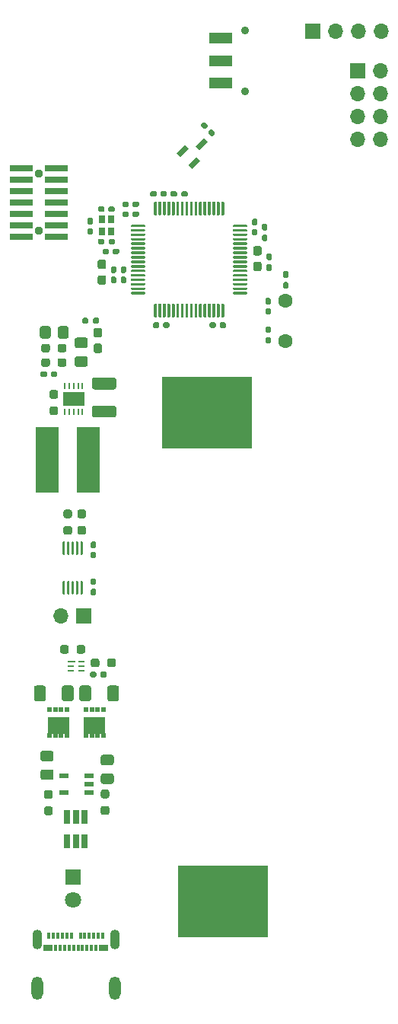
<source format=gbr>
%TF.GenerationSoftware,KiCad,Pcbnew,(5.1.7)-1*%
%TF.CreationDate,2020-11-25T00:45:14-08:00*%
%TF.ProjectId,eskate_remote,65736b61-7465-45f7-9265-6d6f74652e6b,rev?*%
%TF.SameCoordinates,Original*%
%TF.FileFunction,Soldermask,Top*%
%TF.FilePolarity,Negative*%
%FSLAX46Y46*%
G04 Gerber Fmt 4.6, Leading zero omitted, Abs format (unit mm)*
G04 Created by KiCad (PCBNEW (5.1.7)-1) date 2020-11-25 00:45:14*
%MOMM*%
%LPD*%
G01*
G04 APERTURE LIST*
%ADD10O,1.300000X2.600000*%
%ADD11O,1.100000X2.200000*%
%ADD12R,1.000000X0.700000*%
%ADD13R,0.300000X0.700000*%
%ADD14R,2.450000X1.900000*%
%ADD15R,0.500000X0.630000*%
%ADD16R,0.775000X0.875000*%
%ADD17C,0.100000*%
%ADD18R,0.650000X1.560000*%
%ADD19R,2.380000X1.650000*%
%ADD20R,0.250000X0.700000*%
%ADD21R,1.100000X0.600000*%
%ADD22R,0.750000X0.280000*%
%ADD23R,0.850000X0.280000*%
%ADD24C,1.600000*%
%ADD25R,2.500000X1.200000*%
%ADD26C,0.900000*%
%ADD27R,2.650000X7.300000*%
%ADD28R,10.000000X8.000000*%
%ADD29O,1.700000X1.700000*%
%ADD30R,1.700000X1.700000*%
%ADD31C,0.950000*%
%ADD32R,2.620000X0.800000*%
%ADD33C,1.800000*%
%ADD34R,1.800000X1.800000*%
G04 APERTURE END LIST*
D10*
%TO.C,J1*%
X109920000Y-148000000D03*
X101280000Y-148000000D03*
D11*
X109920000Y-142640000D03*
X101280000Y-142640000D03*
D12*
X102500000Y-143530000D03*
D13*
X103350000Y-143530000D03*
X103850000Y-143530000D03*
X104350000Y-143530000D03*
X104850000Y-143530000D03*
X105350000Y-143530000D03*
X105850000Y-143530000D03*
X106350000Y-143530000D03*
X106850000Y-143530000D03*
X107350000Y-143530000D03*
X107850000Y-143530000D03*
D12*
X108700000Y-143530000D03*
D13*
X108600000Y-142230000D03*
X108100000Y-142230000D03*
X107600000Y-142230000D03*
X107100000Y-142230000D03*
X106600000Y-142230000D03*
X106100000Y-142230000D03*
X105100000Y-142230000D03*
X104600000Y-142230000D03*
X104100000Y-142230000D03*
X103600000Y-142230000D03*
X103100000Y-142230000D03*
X102600000Y-142230000D03*
%TD*%
D14*
%TO.C,FET2*%
X107700000Y-118840000D03*
D15*
X106725000Y-119885000D03*
X107375000Y-119885000D03*
X108675000Y-119885000D03*
X108025000Y-119885000D03*
X106725000Y-117015000D03*
X107375000Y-117015000D03*
X108025000Y-117015000D03*
X108675000Y-117015000D03*
%TD*%
D14*
%TO.C,FET1*%
X103650000Y-118840000D03*
D15*
X102675000Y-119885000D03*
X103325000Y-119885000D03*
X104625000Y-119885000D03*
X103975000Y-119885000D03*
X102675000Y-117015000D03*
X103325000Y-117015000D03*
X103975000Y-117015000D03*
X104625000Y-117015000D03*
%TD*%
D16*
%TO.C,Y1*%
X108512500Y-62562500D03*
X108512500Y-63837500D03*
X109487500Y-63837500D03*
X109487500Y-62562500D03*
%TD*%
D17*
%TO.C,U7*%
G36*
X119358975Y-54793289D02*
G01*
X118934711Y-54369025D01*
X119853949Y-53449787D01*
X120278213Y-53874051D01*
X119358975Y-54793289D01*
G37*
G36*
X118545802Y-56949965D02*
G01*
X118121538Y-56525701D01*
X119040776Y-55606463D01*
X119465040Y-56030727D01*
X118545802Y-56949965D01*
G37*
G36*
X117202299Y-55606462D02*
G01*
X116778035Y-55182198D01*
X117697273Y-54262960D01*
X118121537Y-54687224D01*
X117202299Y-55606462D01*
G37*
%TD*%
%TO.C,U6*%
G36*
G01*
X106175000Y-102775000D02*
X106325000Y-102775000D01*
G75*
G02*
X106400000Y-102850000I0J-75000D01*
G01*
X106400000Y-104150000D01*
G75*
G02*
X106325000Y-104225000I-75000J0D01*
G01*
X106175000Y-104225000D01*
G75*
G02*
X106100000Y-104150000I0J75000D01*
G01*
X106100000Y-102850000D01*
G75*
G02*
X106175000Y-102775000I75000J0D01*
G01*
G37*
G36*
G01*
X105675000Y-102775000D02*
X105825000Y-102775000D01*
G75*
G02*
X105900000Y-102850000I0J-75000D01*
G01*
X105900000Y-104150000D01*
G75*
G02*
X105825000Y-104225000I-75000J0D01*
G01*
X105675000Y-104225000D01*
G75*
G02*
X105600000Y-104150000I0J75000D01*
G01*
X105600000Y-102850000D01*
G75*
G02*
X105675000Y-102775000I75000J0D01*
G01*
G37*
G36*
G01*
X105175000Y-102775000D02*
X105325000Y-102775000D01*
G75*
G02*
X105400000Y-102850000I0J-75000D01*
G01*
X105400000Y-104150000D01*
G75*
G02*
X105325000Y-104225000I-75000J0D01*
G01*
X105175000Y-104225000D01*
G75*
G02*
X105100000Y-104150000I0J75000D01*
G01*
X105100000Y-102850000D01*
G75*
G02*
X105175000Y-102775000I75000J0D01*
G01*
G37*
G36*
G01*
X104675000Y-102775000D02*
X104825000Y-102775000D01*
G75*
G02*
X104900000Y-102850000I0J-75000D01*
G01*
X104900000Y-104150000D01*
G75*
G02*
X104825000Y-104225000I-75000J0D01*
G01*
X104675000Y-104225000D01*
G75*
G02*
X104600000Y-104150000I0J75000D01*
G01*
X104600000Y-102850000D01*
G75*
G02*
X104675000Y-102775000I75000J0D01*
G01*
G37*
G36*
G01*
X104175000Y-102775000D02*
X104325000Y-102775000D01*
G75*
G02*
X104400000Y-102850000I0J-75000D01*
G01*
X104400000Y-104150000D01*
G75*
G02*
X104325000Y-104225000I-75000J0D01*
G01*
X104175000Y-104225000D01*
G75*
G02*
X104100000Y-104150000I0J75000D01*
G01*
X104100000Y-102850000D01*
G75*
G02*
X104175000Y-102775000I75000J0D01*
G01*
G37*
G36*
G01*
X104175000Y-98375000D02*
X104325000Y-98375000D01*
G75*
G02*
X104400000Y-98450000I0J-75000D01*
G01*
X104400000Y-99750000D01*
G75*
G02*
X104325000Y-99825000I-75000J0D01*
G01*
X104175000Y-99825000D01*
G75*
G02*
X104100000Y-99750000I0J75000D01*
G01*
X104100000Y-98450000D01*
G75*
G02*
X104175000Y-98375000I75000J0D01*
G01*
G37*
G36*
G01*
X104675000Y-98375000D02*
X104825000Y-98375000D01*
G75*
G02*
X104900000Y-98450000I0J-75000D01*
G01*
X104900000Y-99750000D01*
G75*
G02*
X104825000Y-99825000I-75000J0D01*
G01*
X104675000Y-99825000D01*
G75*
G02*
X104600000Y-99750000I0J75000D01*
G01*
X104600000Y-98450000D01*
G75*
G02*
X104675000Y-98375000I75000J0D01*
G01*
G37*
G36*
G01*
X105175000Y-98375000D02*
X105325000Y-98375000D01*
G75*
G02*
X105400000Y-98450000I0J-75000D01*
G01*
X105400000Y-99750000D01*
G75*
G02*
X105325000Y-99825000I-75000J0D01*
G01*
X105175000Y-99825000D01*
G75*
G02*
X105100000Y-99750000I0J75000D01*
G01*
X105100000Y-98450000D01*
G75*
G02*
X105175000Y-98375000I75000J0D01*
G01*
G37*
G36*
G01*
X105675000Y-98375000D02*
X105825000Y-98375000D01*
G75*
G02*
X105900000Y-98450000I0J-75000D01*
G01*
X105900000Y-99750000D01*
G75*
G02*
X105825000Y-99825000I-75000J0D01*
G01*
X105675000Y-99825000D01*
G75*
G02*
X105600000Y-99750000I0J75000D01*
G01*
X105600000Y-98450000D01*
G75*
G02*
X105675000Y-98375000I75000J0D01*
G01*
G37*
G36*
G01*
X106175000Y-98375000D02*
X106325000Y-98375000D01*
G75*
G02*
X106400000Y-98450000I0J-75000D01*
G01*
X106400000Y-99750000D01*
G75*
G02*
X106325000Y-99825000I-75000J0D01*
G01*
X106175000Y-99825000D01*
G75*
G02*
X106100000Y-99750000I0J75000D01*
G01*
X106100000Y-98450000D01*
G75*
G02*
X106175000Y-98375000I75000J0D01*
G01*
G37*
%TD*%
D18*
%TO.C,U5*%
X105600000Y-129000000D03*
X104650000Y-129000000D03*
X106550000Y-129000000D03*
X106550000Y-131700000D03*
X105600000Y-131700000D03*
X104650000Y-131700000D03*
%TD*%
D19*
%TO.C,U4*%
X105350000Y-82500000D03*
D20*
X105850000Y-81075000D03*
X105350000Y-81075000D03*
X106350000Y-81075000D03*
X104350000Y-81075000D03*
X104850000Y-81075000D03*
X106350000Y-83925000D03*
X105850000Y-83925000D03*
X104350000Y-83925000D03*
X104850000Y-83925000D03*
X105350000Y-83925000D03*
%TD*%
D21*
%TO.C,U3*%
X104250000Y-124400000D03*
X104250000Y-126300000D03*
X107050000Y-124400000D03*
X107050000Y-125350000D03*
X107050000Y-126300000D03*
%TD*%
D22*
%TO.C,U2*%
X106225000Y-111750000D03*
X106225000Y-112250000D03*
X106225000Y-112750000D03*
X105075000Y-112750000D03*
X105075000Y-112250000D03*
D23*
X105125000Y-111750000D03*
%TD*%
%TO.C,U1*%
G36*
G01*
X114300000Y-62025000D02*
X114300000Y-60625000D01*
G75*
G02*
X114375000Y-60550000I75000J0D01*
G01*
X114525000Y-60550000D01*
G75*
G02*
X114600000Y-60625000I0J-75000D01*
G01*
X114600000Y-62025000D01*
G75*
G02*
X114525000Y-62100000I-75000J0D01*
G01*
X114375000Y-62100000D01*
G75*
G02*
X114300000Y-62025000I0J75000D01*
G01*
G37*
G36*
G01*
X114800000Y-62025000D02*
X114800000Y-60625000D01*
G75*
G02*
X114875000Y-60550000I75000J0D01*
G01*
X115025000Y-60550000D01*
G75*
G02*
X115100000Y-60625000I0J-75000D01*
G01*
X115100000Y-62025000D01*
G75*
G02*
X115025000Y-62100000I-75000J0D01*
G01*
X114875000Y-62100000D01*
G75*
G02*
X114800000Y-62025000I0J75000D01*
G01*
G37*
G36*
G01*
X115300000Y-62025000D02*
X115300000Y-60625000D01*
G75*
G02*
X115375000Y-60550000I75000J0D01*
G01*
X115525000Y-60550000D01*
G75*
G02*
X115600000Y-60625000I0J-75000D01*
G01*
X115600000Y-62025000D01*
G75*
G02*
X115525000Y-62100000I-75000J0D01*
G01*
X115375000Y-62100000D01*
G75*
G02*
X115300000Y-62025000I0J75000D01*
G01*
G37*
G36*
G01*
X115800000Y-62025000D02*
X115800000Y-60625000D01*
G75*
G02*
X115875000Y-60550000I75000J0D01*
G01*
X116025000Y-60550000D01*
G75*
G02*
X116100000Y-60625000I0J-75000D01*
G01*
X116100000Y-62025000D01*
G75*
G02*
X116025000Y-62100000I-75000J0D01*
G01*
X115875000Y-62100000D01*
G75*
G02*
X115800000Y-62025000I0J75000D01*
G01*
G37*
G36*
G01*
X116300000Y-62025000D02*
X116300000Y-60625000D01*
G75*
G02*
X116375000Y-60550000I75000J0D01*
G01*
X116525000Y-60550000D01*
G75*
G02*
X116600000Y-60625000I0J-75000D01*
G01*
X116600000Y-62025000D01*
G75*
G02*
X116525000Y-62100000I-75000J0D01*
G01*
X116375000Y-62100000D01*
G75*
G02*
X116300000Y-62025000I0J75000D01*
G01*
G37*
G36*
G01*
X116800000Y-62025000D02*
X116800000Y-60625000D01*
G75*
G02*
X116875000Y-60550000I75000J0D01*
G01*
X117025000Y-60550000D01*
G75*
G02*
X117100000Y-60625000I0J-75000D01*
G01*
X117100000Y-62025000D01*
G75*
G02*
X117025000Y-62100000I-75000J0D01*
G01*
X116875000Y-62100000D01*
G75*
G02*
X116800000Y-62025000I0J75000D01*
G01*
G37*
G36*
G01*
X117300000Y-62025000D02*
X117300000Y-60625000D01*
G75*
G02*
X117375000Y-60550000I75000J0D01*
G01*
X117525000Y-60550000D01*
G75*
G02*
X117600000Y-60625000I0J-75000D01*
G01*
X117600000Y-62025000D01*
G75*
G02*
X117525000Y-62100000I-75000J0D01*
G01*
X117375000Y-62100000D01*
G75*
G02*
X117300000Y-62025000I0J75000D01*
G01*
G37*
G36*
G01*
X117800000Y-62025000D02*
X117800000Y-60625000D01*
G75*
G02*
X117875000Y-60550000I75000J0D01*
G01*
X118025000Y-60550000D01*
G75*
G02*
X118100000Y-60625000I0J-75000D01*
G01*
X118100000Y-62025000D01*
G75*
G02*
X118025000Y-62100000I-75000J0D01*
G01*
X117875000Y-62100000D01*
G75*
G02*
X117800000Y-62025000I0J75000D01*
G01*
G37*
G36*
G01*
X118300000Y-62025000D02*
X118300000Y-60625000D01*
G75*
G02*
X118375000Y-60550000I75000J0D01*
G01*
X118525000Y-60550000D01*
G75*
G02*
X118600000Y-60625000I0J-75000D01*
G01*
X118600000Y-62025000D01*
G75*
G02*
X118525000Y-62100000I-75000J0D01*
G01*
X118375000Y-62100000D01*
G75*
G02*
X118300000Y-62025000I0J75000D01*
G01*
G37*
G36*
G01*
X118800000Y-62025000D02*
X118800000Y-60625000D01*
G75*
G02*
X118875000Y-60550000I75000J0D01*
G01*
X119025000Y-60550000D01*
G75*
G02*
X119100000Y-60625000I0J-75000D01*
G01*
X119100000Y-62025000D01*
G75*
G02*
X119025000Y-62100000I-75000J0D01*
G01*
X118875000Y-62100000D01*
G75*
G02*
X118800000Y-62025000I0J75000D01*
G01*
G37*
G36*
G01*
X119300000Y-62025000D02*
X119300000Y-60625000D01*
G75*
G02*
X119375000Y-60550000I75000J0D01*
G01*
X119525000Y-60550000D01*
G75*
G02*
X119600000Y-60625000I0J-75000D01*
G01*
X119600000Y-62025000D01*
G75*
G02*
X119525000Y-62100000I-75000J0D01*
G01*
X119375000Y-62100000D01*
G75*
G02*
X119300000Y-62025000I0J75000D01*
G01*
G37*
G36*
G01*
X119800000Y-62025000D02*
X119800000Y-60625000D01*
G75*
G02*
X119875000Y-60550000I75000J0D01*
G01*
X120025000Y-60550000D01*
G75*
G02*
X120100000Y-60625000I0J-75000D01*
G01*
X120100000Y-62025000D01*
G75*
G02*
X120025000Y-62100000I-75000J0D01*
G01*
X119875000Y-62100000D01*
G75*
G02*
X119800000Y-62025000I0J75000D01*
G01*
G37*
G36*
G01*
X120300000Y-62025000D02*
X120300000Y-60625000D01*
G75*
G02*
X120375000Y-60550000I75000J0D01*
G01*
X120525000Y-60550000D01*
G75*
G02*
X120600000Y-60625000I0J-75000D01*
G01*
X120600000Y-62025000D01*
G75*
G02*
X120525000Y-62100000I-75000J0D01*
G01*
X120375000Y-62100000D01*
G75*
G02*
X120300000Y-62025000I0J75000D01*
G01*
G37*
G36*
G01*
X120800000Y-62025000D02*
X120800000Y-60625000D01*
G75*
G02*
X120875000Y-60550000I75000J0D01*
G01*
X121025000Y-60550000D01*
G75*
G02*
X121100000Y-60625000I0J-75000D01*
G01*
X121100000Y-62025000D01*
G75*
G02*
X121025000Y-62100000I-75000J0D01*
G01*
X120875000Y-62100000D01*
G75*
G02*
X120800000Y-62025000I0J75000D01*
G01*
G37*
G36*
G01*
X121300000Y-62025000D02*
X121300000Y-60625000D01*
G75*
G02*
X121375000Y-60550000I75000J0D01*
G01*
X121525000Y-60550000D01*
G75*
G02*
X121600000Y-60625000I0J-75000D01*
G01*
X121600000Y-62025000D01*
G75*
G02*
X121525000Y-62100000I-75000J0D01*
G01*
X121375000Y-62100000D01*
G75*
G02*
X121300000Y-62025000I0J75000D01*
G01*
G37*
G36*
G01*
X121800000Y-62025000D02*
X121800000Y-60625000D01*
G75*
G02*
X121875000Y-60550000I75000J0D01*
G01*
X122025000Y-60550000D01*
G75*
G02*
X122100000Y-60625000I0J-75000D01*
G01*
X122100000Y-62025000D01*
G75*
G02*
X122025000Y-62100000I-75000J0D01*
G01*
X121875000Y-62100000D01*
G75*
G02*
X121800000Y-62025000I0J75000D01*
G01*
G37*
G36*
G01*
X123100000Y-63325000D02*
X123100000Y-63175000D01*
G75*
G02*
X123175000Y-63100000I75000J0D01*
G01*
X124575000Y-63100000D01*
G75*
G02*
X124650000Y-63175000I0J-75000D01*
G01*
X124650000Y-63325000D01*
G75*
G02*
X124575000Y-63400000I-75000J0D01*
G01*
X123175000Y-63400000D01*
G75*
G02*
X123100000Y-63325000I0J75000D01*
G01*
G37*
G36*
G01*
X123100000Y-63825000D02*
X123100000Y-63675000D01*
G75*
G02*
X123175000Y-63600000I75000J0D01*
G01*
X124575000Y-63600000D01*
G75*
G02*
X124650000Y-63675000I0J-75000D01*
G01*
X124650000Y-63825000D01*
G75*
G02*
X124575000Y-63900000I-75000J0D01*
G01*
X123175000Y-63900000D01*
G75*
G02*
X123100000Y-63825000I0J75000D01*
G01*
G37*
G36*
G01*
X123100000Y-64325000D02*
X123100000Y-64175000D01*
G75*
G02*
X123175000Y-64100000I75000J0D01*
G01*
X124575000Y-64100000D01*
G75*
G02*
X124650000Y-64175000I0J-75000D01*
G01*
X124650000Y-64325000D01*
G75*
G02*
X124575000Y-64400000I-75000J0D01*
G01*
X123175000Y-64400000D01*
G75*
G02*
X123100000Y-64325000I0J75000D01*
G01*
G37*
G36*
G01*
X123100000Y-64825000D02*
X123100000Y-64675000D01*
G75*
G02*
X123175000Y-64600000I75000J0D01*
G01*
X124575000Y-64600000D01*
G75*
G02*
X124650000Y-64675000I0J-75000D01*
G01*
X124650000Y-64825000D01*
G75*
G02*
X124575000Y-64900000I-75000J0D01*
G01*
X123175000Y-64900000D01*
G75*
G02*
X123100000Y-64825000I0J75000D01*
G01*
G37*
G36*
G01*
X123100000Y-65325000D02*
X123100000Y-65175000D01*
G75*
G02*
X123175000Y-65100000I75000J0D01*
G01*
X124575000Y-65100000D01*
G75*
G02*
X124650000Y-65175000I0J-75000D01*
G01*
X124650000Y-65325000D01*
G75*
G02*
X124575000Y-65400000I-75000J0D01*
G01*
X123175000Y-65400000D01*
G75*
G02*
X123100000Y-65325000I0J75000D01*
G01*
G37*
G36*
G01*
X123100000Y-65825000D02*
X123100000Y-65675000D01*
G75*
G02*
X123175000Y-65600000I75000J0D01*
G01*
X124575000Y-65600000D01*
G75*
G02*
X124650000Y-65675000I0J-75000D01*
G01*
X124650000Y-65825000D01*
G75*
G02*
X124575000Y-65900000I-75000J0D01*
G01*
X123175000Y-65900000D01*
G75*
G02*
X123100000Y-65825000I0J75000D01*
G01*
G37*
G36*
G01*
X123100000Y-66325000D02*
X123100000Y-66175000D01*
G75*
G02*
X123175000Y-66100000I75000J0D01*
G01*
X124575000Y-66100000D01*
G75*
G02*
X124650000Y-66175000I0J-75000D01*
G01*
X124650000Y-66325000D01*
G75*
G02*
X124575000Y-66400000I-75000J0D01*
G01*
X123175000Y-66400000D01*
G75*
G02*
X123100000Y-66325000I0J75000D01*
G01*
G37*
G36*
G01*
X123100000Y-66825000D02*
X123100000Y-66675000D01*
G75*
G02*
X123175000Y-66600000I75000J0D01*
G01*
X124575000Y-66600000D01*
G75*
G02*
X124650000Y-66675000I0J-75000D01*
G01*
X124650000Y-66825000D01*
G75*
G02*
X124575000Y-66900000I-75000J0D01*
G01*
X123175000Y-66900000D01*
G75*
G02*
X123100000Y-66825000I0J75000D01*
G01*
G37*
G36*
G01*
X123100000Y-67325000D02*
X123100000Y-67175000D01*
G75*
G02*
X123175000Y-67100000I75000J0D01*
G01*
X124575000Y-67100000D01*
G75*
G02*
X124650000Y-67175000I0J-75000D01*
G01*
X124650000Y-67325000D01*
G75*
G02*
X124575000Y-67400000I-75000J0D01*
G01*
X123175000Y-67400000D01*
G75*
G02*
X123100000Y-67325000I0J75000D01*
G01*
G37*
G36*
G01*
X123100000Y-67825000D02*
X123100000Y-67675000D01*
G75*
G02*
X123175000Y-67600000I75000J0D01*
G01*
X124575000Y-67600000D01*
G75*
G02*
X124650000Y-67675000I0J-75000D01*
G01*
X124650000Y-67825000D01*
G75*
G02*
X124575000Y-67900000I-75000J0D01*
G01*
X123175000Y-67900000D01*
G75*
G02*
X123100000Y-67825000I0J75000D01*
G01*
G37*
G36*
G01*
X123100000Y-68325000D02*
X123100000Y-68175000D01*
G75*
G02*
X123175000Y-68100000I75000J0D01*
G01*
X124575000Y-68100000D01*
G75*
G02*
X124650000Y-68175000I0J-75000D01*
G01*
X124650000Y-68325000D01*
G75*
G02*
X124575000Y-68400000I-75000J0D01*
G01*
X123175000Y-68400000D01*
G75*
G02*
X123100000Y-68325000I0J75000D01*
G01*
G37*
G36*
G01*
X123100000Y-68825000D02*
X123100000Y-68675000D01*
G75*
G02*
X123175000Y-68600000I75000J0D01*
G01*
X124575000Y-68600000D01*
G75*
G02*
X124650000Y-68675000I0J-75000D01*
G01*
X124650000Y-68825000D01*
G75*
G02*
X124575000Y-68900000I-75000J0D01*
G01*
X123175000Y-68900000D01*
G75*
G02*
X123100000Y-68825000I0J75000D01*
G01*
G37*
G36*
G01*
X123100000Y-69325000D02*
X123100000Y-69175000D01*
G75*
G02*
X123175000Y-69100000I75000J0D01*
G01*
X124575000Y-69100000D01*
G75*
G02*
X124650000Y-69175000I0J-75000D01*
G01*
X124650000Y-69325000D01*
G75*
G02*
X124575000Y-69400000I-75000J0D01*
G01*
X123175000Y-69400000D01*
G75*
G02*
X123100000Y-69325000I0J75000D01*
G01*
G37*
G36*
G01*
X123100000Y-69825000D02*
X123100000Y-69675000D01*
G75*
G02*
X123175000Y-69600000I75000J0D01*
G01*
X124575000Y-69600000D01*
G75*
G02*
X124650000Y-69675000I0J-75000D01*
G01*
X124650000Y-69825000D01*
G75*
G02*
X124575000Y-69900000I-75000J0D01*
G01*
X123175000Y-69900000D01*
G75*
G02*
X123100000Y-69825000I0J75000D01*
G01*
G37*
G36*
G01*
X123100000Y-70325000D02*
X123100000Y-70175000D01*
G75*
G02*
X123175000Y-70100000I75000J0D01*
G01*
X124575000Y-70100000D01*
G75*
G02*
X124650000Y-70175000I0J-75000D01*
G01*
X124650000Y-70325000D01*
G75*
G02*
X124575000Y-70400000I-75000J0D01*
G01*
X123175000Y-70400000D01*
G75*
G02*
X123100000Y-70325000I0J75000D01*
G01*
G37*
G36*
G01*
X123100000Y-70825000D02*
X123100000Y-70675000D01*
G75*
G02*
X123175000Y-70600000I75000J0D01*
G01*
X124575000Y-70600000D01*
G75*
G02*
X124650000Y-70675000I0J-75000D01*
G01*
X124650000Y-70825000D01*
G75*
G02*
X124575000Y-70900000I-75000J0D01*
G01*
X123175000Y-70900000D01*
G75*
G02*
X123100000Y-70825000I0J75000D01*
G01*
G37*
G36*
G01*
X121800000Y-73375000D02*
X121800000Y-71975000D01*
G75*
G02*
X121875000Y-71900000I75000J0D01*
G01*
X122025000Y-71900000D01*
G75*
G02*
X122100000Y-71975000I0J-75000D01*
G01*
X122100000Y-73375000D01*
G75*
G02*
X122025000Y-73450000I-75000J0D01*
G01*
X121875000Y-73450000D01*
G75*
G02*
X121800000Y-73375000I0J75000D01*
G01*
G37*
G36*
G01*
X121300000Y-73375000D02*
X121300000Y-71975000D01*
G75*
G02*
X121375000Y-71900000I75000J0D01*
G01*
X121525000Y-71900000D01*
G75*
G02*
X121600000Y-71975000I0J-75000D01*
G01*
X121600000Y-73375000D01*
G75*
G02*
X121525000Y-73450000I-75000J0D01*
G01*
X121375000Y-73450000D01*
G75*
G02*
X121300000Y-73375000I0J75000D01*
G01*
G37*
G36*
G01*
X120800000Y-73375000D02*
X120800000Y-71975000D01*
G75*
G02*
X120875000Y-71900000I75000J0D01*
G01*
X121025000Y-71900000D01*
G75*
G02*
X121100000Y-71975000I0J-75000D01*
G01*
X121100000Y-73375000D01*
G75*
G02*
X121025000Y-73450000I-75000J0D01*
G01*
X120875000Y-73450000D01*
G75*
G02*
X120800000Y-73375000I0J75000D01*
G01*
G37*
G36*
G01*
X120300000Y-73375000D02*
X120300000Y-71975000D01*
G75*
G02*
X120375000Y-71900000I75000J0D01*
G01*
X120525000Y-71900000D01*
G75*
G02*
X120600000Y-71975000I0J-75000D01*
G01*
X120600000Y-73375000D01*
G75*
G02*
X120525000Y-73450000I-75000J0D01*
G01*
X120375000Y-73450000D01*
G75*
G02*
X120300000Y-73375000I0J75000D01*
G01*
G37*
G36*
G01*
X119800000Y-73375000D02*
X119800000Y-71975000D01*
G75*
G02*
X119875000Y-71900000I75000J0D01*
G01*
X120025000Y-71900000D01*
G75*
G02*
X120100000Y-71975000I0J-75000D01*
G01*
X120100000Y-73375000D01*
G75*
G02*
X120025000Y-73450000I-75000J0D01*
G01*
X119875000Y-73450000D01*
G75*
G02*
X119800000Y-73375000I0J75000D01*
G01*
G37*
G36*
G01*
X119300000Y-73375000D02*
X119300000Y-71975000D01*
G75*
G02*
X119375000Y-71900000I75000J0D01*
G01*
X119525000Y-71900000D01*
G75*
G02*
X119600000Y-71975000I0J-75000D01*
G01*
X119600000Y-73375000D01*
G75*
G02*
X119525000Y-73450000I-75000J0D01*
G01*
X119375000Y-73450000D01*
G75*
G02*
X119300000Y-73375000I0J75000D01*
G01*
G37*
G36*
G01*
X118800000Y-73375000D02*
X118800000Y-71975000D01*
G75*
G02*
X118875000Y-71900000I75000J0D01*
G01*
X119025000Y-71900000D01*
G75*
G02*
X119100000Y-71975000I0J-75000D01*
G01*
X119100000Y-73375000D01*
G75*
G02*
X119025000Y-73450000I-75000J0D01*
G01*
X118875000Y-73450000D01*
G75*
G02*
X118800000Y-73375000I0J75000D01*
G01*
G37*
G36*
G01*
X118300000Y-73375000D02*
X118300000Y-71975000D01*
G75*
G02*
X118375000Y-71900000I75000J0D01*
G01*
X118525000Y-71900000D01*
G75*
G02*
X118600000Y-71975000I0J-75000D01*
G01*
X118600000Y-73375000D01*
G75*
G02*
X118525000Y-73450000I-75000J0D01*
G01*
X118375000Y-73450000D01*
G75*
G02*
X118300000Y-73375000I0J75000D01*
G01*
G37*
G36*
G01*
X117800000Y-73375000D02*
X117800000Y-71975000D01*
G75*
G02*
X117875000Y-71900000I75000J0D01*
G01*
X118025000Y-71900000D01*
G75*
G02*
X118100000Y-71975000I0J-75000D01*
G01*
X118100000Y-73375000D01*
G75*
G02*
X118025000Y-73450000I-75000J0D01*
G01*
X117875000Y-73450000D01*
G75*
G02*
X117800000Y-73375000I0J75000D01*
G01*
G37*
G36*
G01*
X117300000Y-73375000D02*
X117300000Y-71975000D01*
G75*
G02*
X117375000Y-71900000I75000J0D01*
G01*
X117525000Y-71900000D01*
G75*
G02*
X117600000Y-71975000I0J-75000D01*
G01*
X117600000Y-73375000D01*
G75*
G02*
X117525000Y-73450000I-75000J0D01*
G01*
X117375000Y-73450000D01*
G75*
G02*
X117300000Y-73375000I0J75000D01*
G01*
G37*
G36*
G01*
X116800000Y-73375000D02*
X116800000Y-71975000D01*
G75*
G02*
X116875000Y-71900000I75000J0D01*
G01*
X117025000Y-71900000D01*
G75*
G02*
X117100000Y-71975000I0J-75000D01*
G01*
X117100000Y-73375000D01*
G75*
G02*
X117025000Y-73450000I-75000J0D01*
G01*
X116875000Y-73450000D01*
G75*
G02*
X116800000Y-73375000I0J75000D01*
G01*
G37*
G36*
G01*
X116300000Y-73375000D02*
X116300000Y-71975000D01*
G75*
G02*
X116375000Y-71900000I75000J0D01*
G01*
X116525000Y-71900000D01*
G75*
G02*
X116600000Y-71975000I0J-75000D01*
G01*
X116600000Y-73375000D01*
G75*
G02*
X116525000Y-73450000I-75000J0D01*
G01*
X116375000Y-73450000D01*
G75*
G02*
X116300000Y-73375000I0J75000D01*
G01*
G37*
G36*
G01*
X115800000Y-73375000D02*
X115800000Y-71975000D01*
G75*
G02*
X115875000Y-71900000I75000J0D01*
G01*
X116025000Y-71900000D01*
G75*
G02*
X116100000Y-71975000I0J-75000D01*
G01*
X116100000Y-73375000D01*
G75*
G02*
X116025000Y-73450000I-75000J0D01*
G01*
X115875000Y-73450000D01*
G75*
G02*
X115800000Y-73375000I0J75000D01*
G01*
G37*
G36*
G01*
X115300000Y-73375000D02*
X115300000Y-71975000D01*
G75*
G02*
X115375000Y-71900000I75000J0D01*
G01*
X115525000Y-71900000D01*
G75*
G02*
X115600000Y-71975000I0J-75000D01*
G01*
X115600000Y-73375000D01*
G75*
G02*
X115525000Y-73450000I-75000J0D01*
G01*
X115375000Y-73450000D01*
G75*
G02*
X115300000Y-73375000I0J75000D01*
G01*
G37*
G36*
G01*
X114800000Y-73375000D02*
X114800000Y-71975000D01*
G75*
G02*
X114875000Y-71900000I75000J0D01*
G01*
X115025000Y-71900000D01*
G75*
G02*
X115100000Y-71975000I0J-75000D01*
G01*
X115100000Y-73375000D01*
G75*
G02*
X115025000Y-73450000I-75000J0D01*
G01*
X114875000Y-73450000D01*
G75*
G02*
X114800000Y-73375000I0J75000D01*
G01*
G37*
G36*
G01*
X114300000Y-73375000D02*
X114300000Y-71975000D01*
G75*
G02*
X114375000Y-71900000I75000J0D01*
G01*
X114525000Y-71900000D01*
G75*
G02*
X114600000Y-71975000I0J-75000D01*
G01*
X114600000Y-73375000D01*
G75*
G02*
X114525000Y-73450000I-75000J0D01*
G01*
X114375000Y-73450000D01*
G75*
G02*
X114300000Y-73375000I0J75000D01*
G01*
G37*
G36*
G01*
X111750000Y-70825000D02*
X111750000Y-70675000D01*
G75*
G02*
X111825000Y-70600000I75000J0D01*
G01*
X113225000Y-70600000D01*
G75*
G02*
X113300000Y-70675000I0J-75000D01*
G01*
X113300000Y-70825000D01*
G75*
G02*
X113225000Y-70900000I-75000J0D01*
G01*
X111825000Y-70900000D01*
G75*
G02*
X111750000Y-70825000I0J75000D01*
G01*
G37*
G36*
G01*
X111750000Y-70325000D02*
X111750000Y-70175000D01*
G75*
G02*
X111825000Y-70100000I75000J0D01*
G01*
X113225000Y-70100000D01*
G75*
G02*
X113300000Y-70175000I0J-75000D01*
G01*
X113300000Y-70325000D01*
G75*
G02*
X113225000Y-70400000I-75000J0D01*
G01*
X111825000Y-70400000D01*
G75*
G02*
X111750000Y-70325000I0J75000D01*
G01*
G37*
G36*
G01*
X111750000Y-69825000D02*
X111750000Y-69675000D01*
G75*
G02*
X111825000Y-69600000I75000J0D01*
G01*
X113225000Y-69600000D01*
G75*
G02*
X113300000Y-69675000I0J-75000D01*
G01*
X113300000Y-69825000D01*
G75*
G02*
X113225000Y-69900000I-75000J0D01*
G01*
X111825000Y-69900000D01*
G75*
G02*
X111750000Y-69825000I0J75000D01*
G01*
G37*
G36*
G01*
X111750000Y-69325000D02*
X111750000Y-69175000D01*
G75*
G02*
X111825000Y-69100000I75000J0D01*
G01*
X113225000Y-69100000D01*
G75*
G02*
X113300000Y-69175000I0J-75000D01*
G01*
X113300000Y-69325000D01*
G75*
G02*
X113225000Y-69400000I-75000J0D01*
G01*
X111825000Y-69400000D01*
G75*
G02*
X111750000Y-69325000I0J75000D01*
G01*
G37*
G36*
G01*
X111750000Y-68825000D02*
X111750000Y-68675000D01*
G75*
G02*
X111825000Y-68600000I75000J0D01*
G01*
X113225000Y-68600000D01*
G75*
G02*
X113300000Y-68675000I0J-75000D01*
G01*
X113300000Y-68825000D01*
G75*
G02*
X113225000Y-68900000I-75000J0D01*
G01*
X111825000Y-68900000D01*
G75*
G02*
X111750000Y-68825000I0J75000D01*
G01*
G37*
G36*
G01*
X111750000Y-68325000D02*
X111750000Y-68175000D01*
G75*
G02*
X111825000Y-68100000I75000J0D01*
G01*
X113225000Y-68100000D01*
G75*
G02*
X113300000Y-68175000I0J-75000D01*
G01*
X113300000Y-68325000D01*
G75*
G02*
X113225000Y-68400000I-75000J0D01*
G01*
X111825000Y-68400000D01*
G75*
G02*
X111750000Y-68325000I0J75000D01*
G01*
G37*
G36*
G01*
X111750000Y-67825000D02*
X111750000Y-67675000D01*
G75*
G02*
X111825000Y-67600000I75000J0D01*
G01*
X113225000Y-67600000D01*
G75*
G02*
X113300000Y-67675000I0J-75000D01*
G01*
X113300000Y-67825000D01*
G75*
G02*
X113225000Y-67900000I-75000J0D01*
G01*
X111825000Y-67900000D01*
G75*
G02*
X111750000Y-67825000I0J75000D01*
G01*
G37*
G36*
G01*
X111750000Y-67325000D02*
X111750000Y-67175000D01*
G75*
G02*
X111825000Y-67100000I75000J0D01*
G01*
X113225000Y-67100000D01*
G75*
G02*
X113300000Y-67175000I0J-75000D01*
G01*
X113300000Y-67325000D01*
G75*
G02*
X113225000Y-67400000I-75000J0D01*
G01*
X111825000Y-67400000D01*
G75*
G02*
X111750000Y-67325000I0J75000D01*
G01*
G37*
G36*
G01*
X111750000Y-66825000D02*
X111750000Y-66675000D01*
G75*
G02*
X111825000Y-66600000I75000J0D01*
G01*
X113225000Y-66600000D01*
G75*
G02*
X113300000Y-66675000I0J-75000D01*
G01*
X113300000Y-66825000D01*
G75*
G02*
X113225000Y-66900000I-75000J0D01*
G01*
X111825000Y-66900000D01*
G75*
G02*
X111750000Y-66825000I0J75000D01*
G01*
G37*
G36*
G01*
X111750000Y-66325000D02*
X111750000Y-66175000D01*
G75*
G02*
X111825000Y-66100000I75000J0D01*
G01*
X113225000Y-66100000D01*
G75*
G02*
X113300000Y-66175000I0J-75000D01*
G01*
X113300000Y-66325000D01*
G75*
G02*
X113225000Y-66400000I-75000J0D01*
G01*
X111825000Y-66400000D01*
G75*
G02*
X111750000Y-66325000I0J75000D01*
G01*
G37*
G36*
G01*
X111750000Y-65825000D02*
X111750000Y-65675000D01*
G75*
G02*
X111825000Y-65600000I75000J0D01*
G01*
X113225000Y-65600000D01*
G75*
G02*
X113300000Y-65675000I0J-75000D01*
G01*
X113300000Y-65825000D01*
G75*
G02*
X113225000Y-65900000I-75000J0D01*
G01*
X111825000Y-65900000D01*
G75*
G02*
X111750000Y-65825000I0J75000D01*
G01*
G37*
G36*
G01*
X111750000Y-65325000D02*
X111750000Y-65175000D01*
G75*
G02*
X111825000Y-65100000I75000J0D01*
G01*
X113225000Y-65100000D01*
G75*
G02*
X113300000Y-65175000I0J-75000D01*
G01*
X113300000Y-65325000D01*
G75*
G02*
X113225000Y-65400000I-75000J0D01*
G01*
X111825000Y-65400000D01*
G75*
G02*
X111750000Y-65325000I0J75000D01*
G01*
G37*
G36*
G01*
X111750000Y-64825000D02*
X111750000Y-64675000D01*
G75*
G02*
X111825000Y-64600000I75000J0D01*
G01*
X113225000Y-64600000D01*
G75*
G02*
X113300000Y-64675000I0J-75000D01*
G01*
X113300000Y-64825000D01*
G75*
G02*
X113225000Y-64900000I-75000J0D01*
G01*
X111825000Y-64900000D01*
G75*
G02*
X111750000Y-64825000I0J75000D01*
G01*
G37*
G36*
G01*
X111750000Y-64325000D02*
X111750000Y-64175000D01*
G75*
G02*
X111825000Y-64100000I75000J0D01*
G01*
X113225000Y-64100000D01*
G75*
G02*
X113300000Y-64175000I0J-75000D01*
G01*
X113300000Y-64325000D01*
G75*
G02*
X113225000Y-64400000I-75000J0D01*
G01*
X111825000Y-64400000D01*
G75*
G02*
X111750000Y-64325000I0J75000D01*
G01*
G37*
G36*
G01*
X111750000Y-63825000D02*
X111750000Y-63675000D01*
G75*
G02*
X111825000Y-63600000I75000J0D01*
G01*
X113225000Y-63600000D01*
G75*
G02*
X113300000Y-63675000I0J-75000D01*
G01*
X113300000Y-63825000D01*
G75*
G02*
X113225000Y-63900000I-75000J0D01*
G01*
X111825000Y-63900000D01*
G75*
G02*
X111750000Y-63825000I0J75000D01*
G01*
G37*
G36*
G01*
X111750000Y-63325000D02*
X111750000Y-63175000D01*
G75*
G02*
X111825000Y-63100000I75000J0D01*
G01*
X113225000Y-63100000D01*
G75*
G02*
X113300000Y-63175000I0J-75000D01*
G01*
X113300000Y-63325000D01*
G75*
G02*
X113225000Y-63400000I-75000J0D01*
G01*
X111825000Y-63400000D01*
G75*
G02*
X111750000Y-63325000I0J75000D01*
G01*
G37*
%TD*%
D24*
%TO.C,SW2*%
X128950000Y-71564000D03*
X128950000Y-76064000D03*
%TD*%
D25*
%TO.C,SW1*%
X121700000Y-42400000D03*
X121700000Y-47400000D03*
X121700000Y-44900000D03*
D26*
X124450000Y-48300000D03*
X124450000Y-41500000D03*
%TD*%
%TO.C,R19*%
G36*
G01*
X106487500Y-95775000D02*
X106012500Y-95775000D01*
G75*
G02*
X105775000Y-95537500I0J237500D01*
G01*
X105775000Y-95037500D01*
G75*
G02*
X106012500Y-94800000I237500J0D01*
G01*
X106487500Y-94800000D01*
G75*
G02*
X106725000Y-95037500I0J-237500D01*
G01*
X106725000Y-95537500D01*
G75*
G02*
X106487500Y-95775000I-237500J0D01*
G01*
G37*
G36*
G01*
X106487500Y-97600000D02*
X106012500Y-97600000D01*
G75*
G02*
X105775000Y-97362500I0J237500D01*
G01*
X105775000Y-96862500D01*
G75*
G02*
X106012500Y-96625000I237500J0D01*
G01*
X106487500Y-96625000D01*
G75*
G02*
X106725000Y-96862500I0J-237500D01*
G01*
X106725000Y-97362500D01*
G75*
G02*
X106487500Y-97600000I-237500J0D01*
G01*
G37*
%TD*%
%TO.C,R18*%
G36*
G01*
X104937500Y-95775000D02*
X104462500Y-95775000D01*
G75*
G02*
X104225000Y-95537500I0J237500D01*
G01*
X104225000Y-95037500D01*
G75*
G02*
X104462500Y-94800000I237500J0D01*
G01*
X104937500Y-94800000D01*
G75*
G02*
X105175000Y-95037500I0J-237500D01*
G01*
X105175000Y-95537500D01*
G75*
G02*
X104937500Y-95775000I-237500J0D01*
G01*
G37*
G36*
G01*
X104937500Y-97600000D02*
X104462500Y-97600000D01*
G75*
G02*
X104225000Y-97362500I0J237500D01*
G01*
X104225000Y-96862500D01*
G75*
G02*
X104462500Y-96625000I237500J0D01*
G01*
X104937500Y-96625000D01*
G75*
G02*
X105175000Y-96862500I0J-237500D01*
G01*
X105175000Y-97362500D01*
G75*
G02*
X104937500Y-97600000I-237500J0D01*
G01*
G37*
%TD*%
%TO.C,R17*%
G36*
G01*
X107490000Y-73960000D02*
X107490000Y-73640000D01*
G75*
G02*
X107650000Y-73480000I160000J0D01*
G01*
X108045000Y-73480000D01*
G75*
G02*
X108205000Y-73640000I0J-160000D01*
G01*
X108205000Y-73960000D01*
G75*
G02*
X108045000Y-74120000I-160000J0D01*
G01*
X107650000Y-74120000D01*
G75*
G02*
X107490000Y-73960000I0J160000D01*
G01*
G37*
G36*
G01*
X106295000Y-73960000D02*
X106295000Y-73640000D01*
G75*
G02*
X106455000Y-73480000I160000J0D01*
G01*
X106850000Y-73480000D01*
G75*
G02*
X107010000Y-73640000I0J-160000D01*
G01*
X107010000Y-73960000D01*
G75*
G02*
X106850000Y-74120000I-160000J0D01*
G01*
X106455000Y-74120000D01*
G75*
G02*
X106295000Y-73960000I0J160000D01*
G01*
G37*
%TD*%
%TO.C,R16*%
G36*
G01*
X103387500Y-82475000D02*
X102912500Y-82475000D01*
G75*
G02*
X102675000Y-82237500I0J237500D01*
G01*
X102675000Y-81737500D01*
G75*
G02*
X102912500Y-81500000I237500J0D01*
G01*
X103387500Y-81500000D01*
G75*
G02*
X103625000Y-81737500I0J-237500D01*
G01*
X103625000Y-82237500D01*
G75*
G02*
X103387500Y-82475000I-237500J0D01*
G01*
G37*
G36*
G01*
X103387500Y-84300000D02*
X102912500Y-84300000D01*
G75*
G02*
X102675000Y-84062500I0J237500D01*
G01*
X102675000Y-83562500D01*
G75*
G02*
X102912500Y-83325000I237500J0D01*
G01*
X103387500Y-83325000D01*
G75*
G02*
X103625000Y-83562500I0J-237500D01*
G01*
X103625000Y-84062500D01*
G75*
G02*
X103387500Y-84300000I-237500J0D01*
G01*
G37*
%TD*%
%TO.C,R15*%
G36*
G01*
X103575000Y-78687500D02*
X103575000Y-78212500D01*
G75*
G02*
X103812500Y-77975000I237500J0D01*
G01*
X104312500Y-77975000D01*
G75*
G02*
X104550000Y-78212500I0J-237500D01*
G01*
X104550000Y-78687500D01*
G75*
G02*
X104312500Y-78925000I-237500J0D01*
G01*
X103812500Y-78925000D01*
G75*
G02*
X103575000Y-78687500I0J237500D01*
G01*
G37*
G36*
G01*
X101750000Y-78687500D02*
X101750000Y-78212500D01*
G75*
G02*
X101987500Y-77975000I237500J0D01*
G01*
X102487500Y-77975000D01*
G75*
G02*
X102725000Y-78212500I0J-237500D01*
G01*
X102725000Y-78687500D01*
G75*
G02*
X102487500Y-78925000I-237500J0D01*
G01*
X101987500Y-78925000D01*
G75*
G02*
X101750000Y-78687500I0J237500D01*
G01*
G37*
%TD*%
%TO.C,R14*%
G36*
G01*
X102725000Y-76612500D02*
X102725000Y-77087500D01*
G75*
G02*
X102487500Y-77325000I-237500J0D01*
G01*
X101987500Y-77325000D01*
G75*
G02*
X101750000Y-77087500I0J237500D01*
G01*
X101750000Y-76612500D01*
G75*
G02*
X101987500Y-76375000I237500J0D01*
G01*
X102487500Y-76375000D01*
G75*
G02*
X102725000Y-76612500I0J-237500D01*
G01*
G37*
G36*
G01*
X104550000Y-76612500D02*
X104550000Y-77087500D01*
G75*
G02*
X104312500Y-77325000I-237500J0D01*
G01*
X103812500Y-77325000D01*
G75*
G02*
X103575000Y-77087500I0J237500D01*
G01*
X103575000Y-76612500D01*
G75*
G02*
X103812500Y-76375000I237500J0D01*
G01*
X104312500Y-76375000D01*
G75*
G02*
X104550000Y-76612500I0J-237500D01*
G01*
G37*
%TD*%
%TO.C,R13*%
G36*
G01*
X103600000Y-75550001D02*
X103600000Y-74649999D01*
G75*
G02*
X103849999Y-74400000I249999J0D01*
G01*
X104550001Y-74400000D01*
G75*
G02*
X104800000Y-74649999I0J-249999D01*
G01*
X104800000Y-75550001D01*
G75*
G02*
X104550001Y-75800000I-249999J0D01*
G01*
X103849999Y-75800000D01*
G75*
G02*
X103600000Y-75550001I0J249999D01*
G01*
G37*
G36*
G01*
X101600000Y-75550001D02*
X101600000Y-74649999D01*
G75*
G02*
X101849999Y-74400000I249999J0D01*
G01*
X102550001Y-74400000D01*
G75*
G02*
X102800000Y-74649999I0J-249999D01*
G01*
X102800000Y-75550001D01*
G75*
G02*
X102550001Y-75800000I-249999J0D01*
G01*
X101849999Y-75800000D01*
G75*
G02*
X101600000Y-75550001I0J249999D01*
G01*
G37*
%TD*%
%TO.C,R12*%
G36*
G01*
X108612500Y-127775000D02*
X109087500Y-127775000D01*
G75*
G02*
X109325000Y-128012500I0J-237500D01*
G01*
X109325000Y-128512500D01*
G75*
G02*
X109087500Y-128750000I-237500J0D01*
G01*
X108612500Y-128750000D01*
G75*
G02*
X108375000Y-128512500I0J237500D01*
G01*
X108375000Y-128012500D01*
G75*
G02*
X108612500Y-127775000I237500J0D01*
G01*
G37*
G36*
G01*
X108612500Y-125950000D02*
X109087500Y-125950000D01*
G75*
G02*
X109325000Y-126187500I0J-237500D01*
G01*
X109325000Y-126687500D01*
G75*
G02*
X109087500Y-126925000I-237500J0D01*
G01*
X108612500Y-126925000D01*
G75*
G02*
X108375000Y-126687500I0J237500D01*
G01*
X108375000Y-126187500D01*
G75*
G02*
X108612500Y-125950000I237500J0D01*
G01*
G37*
%TD*%
%TO.C,R11*%
G36*
G01*
X102312500Y-127825000D02*
X102787500Y-127825000D01*
G75*
G02*
X103025000Y-128062500I0J-237500D01*
G01*
X103025000Y-128562500D01*
G75*
G02*
X102787500Y-128800000I-237500J0D01*
G01*
X102312500Y-128800000D01*
G75*
G02*
X102075000Y-128562500I0J237500D01*
G01*
X102075000Y-128062500D01*
G75*
G02*
X102312500Y-127825000I237500J0D01*
G01*
G37*
G36*
G01*
X102312500Y-126000000D02*
X102787500Y-126000000D01*
G75*
G02*
X103025000Y-126237500I0J-237500D01*
G01*
X103025000Y-126737500D01*
G75*
G02*
X102787500Y-126975000I-237500J0D01*
G01*
X102312500Y-126975000D01*
G75*
G02*
X102075000Y-126737500I0J237500D01*
G01*
X102075000Y-126237500D01*
G75*
G02*
X102312500Y-126000000I237500J0D01*
G01*
G37*
%TD*%
%TO.C,R10*%
G36*
G01*
X109100000Y-115875000D02*
X109100000Y-114625000D01*
G75*
G02*
X109350000Y-114375000I250000J0D01*
G01*
X110150000Y-114375000D01*
G75*
G02*
X110400000Y-114625000I0J-250000D01*
G01*
X110400000Y-115875000D01*
G75*
G02*
X110150000Y-116125000I-250000J0D01*
G01*
X109350000Y-116125000D01*
G75*
G02*
X109100000Y-115875000I0J250000D01*
G01*
G37*
G36*
G01*
X106000000Y-115875000D02*
X106000000Y-114625000D01*
G75*
G02*
X106250000Y-114375000I250000J0D01*
G01*
X107050000Y-114375000D01*
G75*
G02*
X107300000Y-114625000I0J-250000D01*
G01*
X107300000Y-115875000D01*
G75*
G02*
X107050000Y-116125000I-250000J0D01*
G01*
X106250000Y-116125000D01*
G75*
G02*
X106000000Y-115875000I0J250000D01*
G01*
G37*
%TD*%
%TO.C,R9*%
G36*
G01*
X102250000Y-114625000D02*
X102250000Y-115875000D01*
G75*
G02*
X102000000Y-116125000I-250000J0D01*
G01*
X101200000Y-116125000D01*
G75*
G02*
X100950000Y-115875000I0J250000D01*
G01*
X100950000Y-114625000D01*
G75*
G02*
X101200000Y-114375000I250000J0D01*
G01*
X102000000Y-114375000D01*
G75*
G02*
X102250000Y-114625000I0J-250000D01*
G01*
G37*
G36*
G01*
X105350000Y-114625000D02*
X105350000Y-115875000D01*
G75*
G02*
X105100000Y-116125000I-250000J0D01*
G01*
X104300000Y-116125000D01*
G75*
G02*
X104050000Y-115875000I0J250000D01*
G01*
X104050000Y-114625000D01*
G75*
G02*
X104300000Y-114375000I250000J0D01*
G01*
X105100000Y-114375000D01*
G75*
G02*
X105350000Y-114625000I0J-250000D01*
G01*
G37*
%TD*%
%TO.C,R8*%
G36*
G01*
X105675000Y-110587500D02*
X105675000Y-110112500D01*
G75*
G02*
X105912500Y-109875000I237500J0D01*
G01*
X106412500Y-109875000D01*
G75*
G02*
X106650000Y-110112500I0J-237500D01*
G01*
X106650000Y-110587500D01*
G75*
G02*
X106412500Y-110825000I-237500J0D01*
G01*
X105912500Y-110825000D01*
G75*
G02*
X105675000Y-110587500I0J237500D01*
G01*
G37*
G36*
G01*
X103850000Y-110587500D02*
X103850000Y-110112500D01*
G75*
G02*
X104087500Y-109875000I237500J0D01*
G01*
X104587500Y-109875000D01*
G75*
G02*
X104825000Y-110112500I0J-237500D01*
G01*
X104825000Y-110587500D01*
G75*
G02*
X104587500Y-110825000I-237500J0D01*
G01*
X104087500Y-110825000D01*
G75*
G02*
X103850000Y-110587500I0J237500D01*
G01*
G37*
%TD*%
%TO.C,R7*%
G36*
G01*
X108225000Y-111612500D02*
X108225000Y-112087500D01*
G75*
G02*
X107987500Y-112325000I-237500J0D01*
G01*
X107487500Y-112325000D01*
G75*
G02*
X107250000Y-112087500I0J237500D01*
G01*
X107250000Y-111612500D01*
G75*
G02*
X107487500Y-111375000I237500J0D01*
G01*
X107987500Y-111375000D01*
G75*
G02*
X108225000Y-111612500I0J-237500D01*
G01*
G37*
G36*
G01*
X110050000Y-111612500D02*
X110050000Y-112087500D01*
G75*
G02*
X109812500Y-112325000I-237500J0D01*
G01*
X109312500Y-112325000D01*
G75*
G02*
X109075000Y-112087500I0J237500D01*
G01*
X109075000Y-111612500D01*
G75*
G02*
X109312500Y-111375000I237500J0D01*
G01*
X109812500Y-111375000D01*
G75*
G02*
X110050000Y-111612500I0J-237500D01*
G01*
G37*
%TD*%
%TO.C,R6*%
G36*
G01*
X127160000Y-75160000D02*
X126840000Y-75160000D01*
G75*
G02*
X126680000Y-75000000I0J160000D01*
G01*
X126680000Y-74605000D01*
G75*
G02*
X126840000Y-74445000I160000J0D01*
G01*
X127160000Y-74445000D01*
G75*
G02*
X127320000Y-74605000I0J-160000D01*
G01*
X127320000Y-75000000D01*
G75*
G02*
X127160000Y-75160000I-160000J0D01*
G01*
G37*
G36*
G01*
X127160000Y-76355000D02*
X126840000Y-76355000D01*
G75*
G02*
X126680000Y-76195000I0J160000D01*
G01*
X126680000Y-75800000D01*
G75*
G02*
X126840000Y-75640000I160000J0D01*
G01*
X127160000Y-75640000D01*
G75*
G02*
X127320000Y-75800000I0J-160000D01*
G01*
X127320000Y-76195000D01*
G75*
G02*
X127160000Y-76355000I-160000J0D01*
G01*
G37*
%TD*%
%TO.C,R5*%
G36*
G01*
X128800000Y-69500000D02*
X129120000Y-69500000D01*
G75*
G02*
X129280000Y-69660000I0J-160000D01*
G01*
X129280000Y-70055000D01*
G75*
G02*
X129120000Y-70215000I-160000J0D01*
G01*
X128800000Y-70215000D01*
G75*
G02*
X128640000Y-70055000I0J160000D01*
G01*
X128640000Y-69660000D01*
G75*
G02*
X128800000Y-69500000I160000J0D01*
G01*
G37*
G36*
G01*
X128800000Y-68305000D02*
X129120000Y-68305000D01*
G75*
G02*
X129280000Y-68465000I0J-160000D01*
G01*
X129280000Y-68860000D01*
G75*
G02*
X129120000Y-69020000I-160000J0D01*
G01*
X128800000Y-69020000D01*
G75*
G02*
X128640000Y-68860000I0J160000D01*
G01*
X128640000Y-68465000D01*
G75*
G02*
X128800000Y-68305000I160000J0D01*
G01*
G37*
%TD*%
%TO.C,R4*%
G36*
G01*
X126940000Y-67540000D02*
X127260000Y-67540000D01*
G75*
G02*
X127420000Y-67700000I0J-160000D01*
G01*
X127420000Y-68095000D01*
G75*
G02*
X127260000Y-68255000I-160000J0D01*
G01*
X126940000Y-68255000D01*
G75*
G02*
X126780000Y-68095000I0J160000D01*
G01*
X126780000Y-67700000D01*
G75*
G02*
X126940000Y-67540000I160000J0D01*
G01*
G37*
G36*
G01*
X126940000Y-66345000D02*
X127260000Y-66345000D01*
G75*
G02*
X127420000Y-66505000I0J-160000D01*
G01*
X127420000Y-66900000D01*
G75*
G02*
X127260000Y-67060000I-160000J0D01*
G01*
X126940000Y-67060000D01*
G75*
G02*
X126780000Y-66900000I0J160000D01*
G01*
X126780000Y-66505000D01*
G75*
G02*
X126940000Y-66345000I160000J0D01*
G01*
G37*
%TD*%
%TO.C,R3*%
G36*
G01*
X109240000Y-65160000D02*
X109240000Y-64840000D01*
G75*
G02*
X109400000Y-64680000I160000J0D01*
G01*
X109795000Y-64680000D01*
G75*
G02*
X109955000Y-64840000I0J-160000D01*
G01*
X109955000Y-65160000D01*
G75*
G02*
X109795000Y-65320000I-160000J0D01*
G01*
X109400000Y-65320000D01*
G75*
G02*
X109240000Y-65160000I0J160000D01*
G01*
G37*
G36*
G01*
X108045000Y-65160000D02*
X108045000Y-64840000D01*
G75*
G02*
X108205000Y-64680000I160000J0D01*
G01*
X108600000Y-64680000D01*
G75*
G02*
X108760000Y-64840000I0J-160000D01*
G01*
X108760000Y-65160000D01*
G75*
G02*
X108600000Y-65320000I-160000J0D01*
G01*
X108205000Y-65320000D01*
G75*
G02*
X108045000Y-65160000I0J160000D01*
G01*
G37*
%TD*%
%TO.C,R2*%
G36*
G01*
X126760000Y-63760000D02*
X126440000Y-63760000D01*
G75*
G02*
X126280000Y-63600000I0J160000D01*
G01*
X126280000Y-63205000D01*
G75*
G02*
X126440000Y-63045000I160000J0D01*
G01*
X126760000Y-63045000D01*
G75*
G02*
X126920000Y-63205000I0J-160000D01*
G01*
X126920000Y-63600000D01*
G75*
G02*
X126760000Y-63760000I-160000J0D01*
G01*
G37*
G36*
G01*
X126760000Y-64955000D02*
X126440000Y-64955000D01*
G75*
G02*
X126280000Y-64795000I0J160000D01*
G01*
X126280000Y-64400000D01*
G75*
G02*
X126440000Y-64240000I160000J0D01*
G01*
X126760000Y-64240000D01*
G75*
G02*
X126920000Y-64400000I0J-160000D01*
G01*
X126920000Y-64795000D01*
G75*
G02*
X126760000Y-64955000I-160000J0D01*
G01*
G37*
%TD*%
%TO.C,R1*%
G36*
G01*
X116860000Y-59540000D02*
X116860000Y-59860000D01*
G75*
G02*
X116700000Y-60020000I-160000J0D01*
G01*
X116305000Y-60020000D01*
G75*
G02*
X116145000Y-59860000I0J160000D01*
G01*
X116145000Y-59540000D01*
G75*
G02*
X116305000Y-59380000I160000J0D01*
G01*
X116700000Y-59380000D01*
G75*
G02*
X116860000Y-59540000I0J-160000D01*
G01*
G37*
G36*
G01*
X118055000Y-59540000D02*
X118055000Y-59860000D01*
G75*
G02*
X117895000Y-60020000I-160000J0D01*
G01*
X117500000Y-60020000D01*
G75*
G02*
X117340000Y-59860000I0J160000D01*
G01*
X117340000Y-59540000D01*
G75*
G02*
X117500000Y-59380000I160000J0D01*
G01*
X117895000Y-59380000D01*
G75*
G02*
X118055000Y-59540000I0J-160000D01*
G01*
G37*
%TD*%
D27*
%TO.C,L2*%
X107025000Y-89300000D03*
X102375000Y-89300000D03*
%TD*%
%TO.C,L1*%
G36*
G01*
X108262500Y-68750000D02*
X108737500Y-68750000D01*
G75*
G02*
X108975000Y-68987500I0J-237500D01*
G01*
X108975000Y-69562500D01*
G75*
G02*
X108737500Y-69800000I-237500J0D01*
G01*
X108262500Y-69800000D01*
G75*
G02*
X108025000Y-69562500I0J237500D01*
G01*
X108025000Y-68987500D01*
G75*
G02*
X108262500Y-68750000I237500J0D01*
G01*
G37*
G36*
G01*
X108262500Y-67000000D02*
X108737500Y-67000000D01*
G75*
G02*
X108975000Y-67237500I0J-237500D01*
G01*
X108975000Y-67812500D01*
G75*
G02*
X108737500Y-68050000I-237500J0D01*
G01*
X108262500Y-68050000D01*
G75*
G02*
X108025000Y-67812500I0J237500D01*
G01*
X108025000Y-67237500D01*
G75*
G02*
X108262500Y-67000000I237500J0D01*
G01*
G37*
%TD*%
D28*
%TO.C,J7*%
X122000000Y-138400000D03*
%TD*%
%TO.C,J6*%
X120200000Y-84000000D03*
%TD*%
D29*
%TO.C,J5*%
X103910000Y-106600000D03*
D30*
X106450000Y-106600000D03*
%TD*%
D29*
%TO.C,J4*%
X139570000Y-41650000D03*
X137030000Y-41650000D03*
X134490000Y-41650000D03*
D30*
X131950000Y-41650000D03*
%TD*%
D29*
%TO.C,J3*%
X139540000Y-53620000D03*
X137000000Y-53620000D03*
X139540000Y-51080000D03*
X137000000Y-51080000D03*
X139540000Y-48540000D03*
X137000000Y-48540000D03*
X139540000Y-46000000D03*
D30*
X137000000Y-46000000D03*
%TD*%
D31*
%TO.C,J2*%
X101480000Y-57465000D03*
X101480000Y-63815000D03*
D32*
X103430000Y-60640000D03*
X103430000Y-59370000D03*
X103430000Y-63180000D03*
X103430000Y-58100000D03*
X103430000Y-61910000D03*
X103430000Y-64450000D03*
X103430000Y-56830000D03*
X99530000Y-64450000D03*
X99530000Y-63180000D03*
X99530000Y-61910000D03*
X99530000Y-56830000D03*
X99530000Y-58100000D03*
X99530000Y-59370000D03*
X99530000Y-60640000D03*
%TD*%
%TO.C,D3*%
G36*
G01*
X107812500Y-76350000D02*
X108287500Y-76350000D01*
G75*
G02*
X108525000Y-76587500I0J-237500D01*
G01*
X108525000Y-77162500D01*
G75*
G02*
X108287500Y-77400000I-237500J0D01*
G01*
X107812500Y-77400000D01*
G75*
G02*
X107575000Y-77162500I0J237500D01*
G01*
X107575000Y-76587500D01*
G75*
G02*
X107812500Y-76350000I237500J0D01*
G01*
G37*
G36*
G01*
X107812500Y-74600000D02*
X108287500Y-74600000D01*
G75*
G02*
X108525000Y-74837500I0J-237500D01*
G01*
X108525000Y-75412500D01*
G75*
G02*
X108287500Y-75650000I-237500J0D01*
G01*
X107812500Y-75650000D01*
G75*
G02*
X107575000Y-75412500I0J237500D01*
G01*
X107575000Y-74837500D01*
G75*
G02*
X107812500Y-74600000I237500J0D01*
G01*
G37*
%TD*%
D33*
%TO.C,D2*%
X105300000Y-138190000D03*
D34*
X105300000Y-135650000D03*
%TD*%
%TO.C,D1*%
G36*
G01*
X126037500Y-66550000D02*
X125562500Y-66550000D01*
G75*
G02*
X125325000Y-66312500I0J237500D01*
G01*
X125325000Y-65737500D01*
G75*
G02*
X125562500Y-65500000I237500J0D01*
G01*
X126037500Y-65500000D01*
G75*
G02*
X126275000Y-65737500I0J-237500D01*
G01*
X126275000Y-66312500D01*
G75*
G02*
X126037500Y-66550000I-237500J0D01*
G01*
G37*
G36*
G01*
X126037500Y-68300000D02*
X125562500Y-68300000D01*
G75*
G02*
X125325000Y-68062500I0J237500D01*
G01*
X125325000Y-67487500D01*
G75*
G02*
X125562500Y-67250000I237500J0D01*
G01*
X126037500Y-67250000D01*
G75*
G02*
X126275000Y-67487500I0J-237500D01*
G01*
X126275000Y-68062500D01*
G75*
G02*
X126037500Y-68300000I-237500J0D01*
G01*
G37*
%TD*%
%TO.C,C21*%
G36*
G01*
X109300000Y-65945000D02*
X109300000Y-66255000D01*
G75*
G02*
X109145000Y-66410000I-155000J0D01*
G01*
X108720000Y-66410000D01*
G75*
G02*
X108565000Y-66255000I0J155000D01*
G01*
X108565000Y-65945000D01*
G75*
G02*
X108720000Y-65790000I155000J0D01*
G01*
X109145000Y-65790000D01*
G75*
G02*
X109300000Y-65945000I0J-155000D01*
G01*
G37*
G36*
G01*
X110435000Y-65945000D02*
X110435000Y-66255000D01*
G75*
G02*
X110280000Y-66410000I-155000J0D01*
G01*
X109855000Y-66410000D01*
G75*
G02*
X109700000Y-66255000I0J155000D01*
G01*
X109700000Y-65945000D01*
G75*
G02*
X109855000Y-65790000I155000J0D01*
G01*
X110280000Y-65790000D01*
G75*
G02*
X110435000Y-65945000I0J-155000D01*
G01*
G37*
%TD*%
%TO.C,C20*%
G36*
G01*
X120331819Y-52751022D02*
X120551022Y-52531819D01*
G75*
G02*
X120770226Y-52531819I109602J-109602D01*
G01*
X121070747Y-52832340D01*
G75*
G02*
X121070747Y-53051544I-109602J-109602D01*
G01*
X120851544Y-53270747D01*
G75*
G02*
X120632340Y-53270747I-109602J109602D01*
G01*
X120331819Y-52970226D01*
G75*
G02*
X120331819Y-52751022I109602J109602D01*
G01*
G37*
G36*
G01*
X119529253Y-51948456D02*
X119748456Y-51729253D01*
G75*
G02*
X119967660Y-51729253I109602J-109602D01*
G01*
X120268181Y-52029774D01*
G75*
G02*
X120268181Y-52248978I-109602J-109602D01*
G01*
X120048978Y-52468181D01*
G75*
G02*
X119829774Y-52468181I-109602J109602D01*
G01*
X119529253Y-52167660D01*
G75*
G02*
X119529253Y-51948456I109602J109602D01*
G01*
G37*
%TD*%
%TO.C,C19*%
G36*
G01*
X107705000Y-99100000D02*
X107395000Y-99100000D01*
G75*
G02*
X107240000Y-98945000I0J155000D01*
G01*
X107240000Y-98520000D01*
G75*
G02*
X107395000Y-98365000I155000J0D01*
G01*
X107705000Y-98365000D01*
G75*
G02*
X107860000Y-98520000I0J-155000D01*
G01*
X107860000Y-98945000D01*
G75*
G02*
X107705000Y-99100000I-155000J0D01*
G01*
G37*
G36*
G01*
X107705000Y-100235000D02*
X107395000Y-100235000D01*
G75*
G02*
X107240000Y-100080000I0J155000D01*
G01*
X107240000Y-99655000D01*
G75*
G02*
X107395000Y-99500000I155000J0D01*
G01*
X107705000Y-99500000D01*
G75*
G02*
X107860000Y-99655000I0J-155000D01*
G01*
X107860000Y-100080000D01*
G75*
G02*
X107705000Y-100235000I-155000J0D01*
G01*
G37*
%TD*%
%TO.C,C18*%
G36*
G01*
X107395000Y-103600000D02*
X107705000Y-103600000D01*
G75*
G02*
X107860000Y-103755000I0J-155000D01*
G01*
X107860000Y-104180000D01*
G75*
G02*
X107705000Y-104335000I-155000J0D01*
G01*
X107395000Y-104335000D01*
G75*
G02*
X107240000Y-104180000I0J155000D01*
G01*
X107240000Y-103755000D01*
G75*
G02*
X107395000Y-103600000I155000J0D01*
G01*
G37*
G36*
G01*
X107395000Y-102465000D02*
X107705000Y-102465000D01*
G75*
G02*
X107860000Y-102620000I0J-155000D01*
G01*
X107860000Y-103045000D01*
G75*
G02*
X107705000Y-103200000I-155000J0D01*
G01*
X107395000Y-103200000D01*
G75*
G02*
X107240000Y-103045000I0J155000D01*
G01*
X107240000Y-102620000D01*
G75*
G02*
X107395000Y-102465000I155000J0D01*
G01*
G37*
%TD*%
%TO.C,C17*%
G36*
G01*
X102400000Y-79595000D02*
X102400000Y-79905000D01*
G75*
G02*
X102245000Y-80060000I-155000J0D01*
G01*
X101820000Y-80060000D01*
G75*
G02*
X101665000Y-79905000I0J155000D01*
G01*
X101665000Y-79595000D01*
G75*
G02*
X101820000Y-79440000I155000J0D01*
G01*
X102245000Y-79440000D01*
G75*
G02*
X102400000Y-79595000I0J-155000D01*
G01*
G37*
G36*
G01*
X103535000Y-79595000D02*
X103535000Y-79905000D01*
G75*
G02*
X103380000Y-80060000I-155000J0D01*
G01*
X102955000Y-80060000D01*
G75*
G02*
X102800000Y-79905000I0J155000D01*
G01*
X102800000Y-79595000D01*
G75*
G02*
X102955000Y-79440000I155000J0D01*
G01*
X103380000Y-79440000D01*
G75*
G02*
X103535000Y-79595000I0J-155000D01*
G01*
G37*
%TD*%
%TO.C,C16*%
G36*
G01*
X107649999Y-83250000D02*
X109850001Y-83250000D01*
G75*
G02*
X110100000Y-83499999I0J-249999D01*
G01*
X110100000Y-84325001D01*
G75*
G02*
X109850001Y-84575000I-249999J0D01*
G01*
X107649999Y-84575000D01*
G75*
G02*
X107400000Y-84325001I0J249999D01*
G01*
X107400000Y-83499999D01*
G75*
G02*
X107649999Y-83250000I249999J0D01*
G01*
G37*
G36*
G01*
X107649999Y-80125000D02*
X109850001Y-80125000D01*
G75*
G02*
X110100000Y-80374999I0J-249999D01*
G01*
X110100000Y-81200001D01*
G75*
G02*
X109850001Y-81450000I-249999J0D01*
G01*
X107649999Y-81450000D01*
G75*
G02*
X107400000Y-81200001I0J249999D01*
G01*
X107400000Y-80374999D01*
G75*
G02*
X107649999Y-80125000I249999J0D01*
G01*
G37*
%TD*%
%TO.C,C15*%
G36*
G01*
X106675000Y-76850000D02*
X105725000Y-76850000D01*
G75*
G02*
X105475000Y-76600000I0J250000D01*
G01*
X105475000Y-75925000D01*
G75*
G02*
X105725000Y-75675000I250000J0D01*
G01*
X106675000Y-75675000D01*
G75*
G02*
X106925000Y-75925000I0J-250000D01*
G01*
X106925000Y-76600000D01*
G75*
G02*
X106675000Y-76850000I-250000J0D01*
G01*
G37*
G36*
G01*
X106675000Y-78925000D02*
X105725000Y-78925000D01*
G75*
G02*
X105475000Y-78675000I0J250000D01*
G01*
X105475000Y-78000000D01*
G75*
G02*
X105725000Y-77750000I250000J0D01*
G01*
X106675000Y-77750000D01*
G75*
G02*
X106925000Y-78000000I0J-250000D01*
G01*
X106925000Y-78675000D01*
G75*
G02*
X106675000Y-78925000I-250000J0D01*
G01*
G37*
%TD*%
%TO.C,C14*%
G36*
G01*
X109575000Y-123250000D02*
X108625000Y-123250000D01*
G75*
G02*
X108375000Y-123000000I0J250000D01*
G01*
X108375000Y-122325000D01*
G75*
G02*
X108625000Y-122075000I250000J0D01*
G01*
X109575000Y-122075000D01*
G75*
G02*
X109825000Y-122325000I0J-250000D01*
G01*
X109825000Y-123000000D01*
G75*
G02*
X109575000Y-123250000I-250000J0D01*
G01*
G37*
G36*
G01*
X109575000Y-125325000D02*
X108625000Y-125325000D01*
G75*
G02*
X108375000Y-125075000I0J250000D01*
G01*
X108375000Y-124400000D01*
G75*
G02*
X108625000Y-124150000I250000J0D01*
G01*
X109575000Y-124150000D01*
G75*
G02*
X109825000Y-124400000I0J-250000D01*
G01*
X109825000Y-125075000D01*
G75*
G02*
X109575000Y-125325000I-250000J0D01*
G01*
G37*
%TD*%
%TO.C,C13*%
G36*
G01*
X102875000Y-122800000D02*
X101925000Y-122800000D01*
G75*
G02*
X101675000Y-122550000I0J250000D01*
G01*
X101675000Y-121875000D01*
G75*
G02*
X101925000Y-121625000I250000J0D01*
G01*
X102875000Y-121625000D01*
G75*
G02*
X103125000Y-121875000I0J-250000D01*
G01*
X103125000Y-122550000D01*
G75*
G02*
X102875000Y-122800000I-250000J0D01*
G01*
G37*
G36*
G01*
X102875000Y-124875000D02*
X101925000Y-124875000D01*
G75*
G02*
X101675000Y-124625000I0J250000D01*
G01*
X101675000Y-123950000D01*
G75*
G02*
X101925000Y-123700000I250000J0D01*
G01*
X102875000Y-123700000D01*
G75*
G02*
X103125000Y-123950000I0J-250000D01*
G01*
X103125000Y-124625000D01*
G75*
G02*
X102875000Y-124875000I-250000J0D01*
G01*
G37*
%TD*%
%TO.C,C12*%
G36*
G01*
X107900000Y-112995000D02*
X107900000Y-113305000D01*
G75*
G02*
X107745000Y-113460000I-155000J0D01*
G01*
X107320000Y-113460000D01*
G75*
G02*
X107165000Y-113305000I0J155000D01*
G01*
X107165000Y-112995000D01*
G75*
G02*
X107320000Y-112840000I155000J0D01*
G01*
X107745000Y-112840000D01*
G75*
G02*
X107900000Y-112995000I0J-155000D01*
G01*
G37*
G36*
G01*
X109035000Y-112995000D02*
X109035000Y-113305000D01*
G75*
G02*
X108880000Y-113460000I-155000J0D01*
G01*
X108455000Y-113460000D01*
G75*
G02*
X108300000Y-113305000I0J155000D01*
G01*
X108300000Y-112995000D01*
G75*
G02*
X108455000Y-112840000I155000J0D01*
G01*
X108880000Y-112840000D01*
G75*
G02*
X109035000Y-112995000I0J-155000D01*
G01*
G37*
%TD*%
%TO.C,C11*%
G36*
G01*
X126845000Y-72400000D02*
X127155000Y-72400000D01*
G75*
G02*
X127310000Y-72555000I0J-155000D01*
G01*
X127310000Y-72980000D01*
G75*
G02*
X127155000Y-73135000I-155000J0D01*
G01*
X126845000Y-73135000D01*
G75*
G02*
X126690000Y-72980000I0J155000D01*
G01*
X126690000Y-72555000D01*
G75*
G02*
X126845000Y-72400000I155000J0D01*
G01*
G37*
G36*
G01*
X126845000Y-71265000D02*
X127155000Y-71265000D01*
G75*
G02*
X127310000Y-71420000I0J-155000D01*
G01*
X127310000Y-71845000D01*
G75*
G02*
X127155000Y-72000000I-155000J0D01*
G01*
X126845000Y-72000000D01*
G75*
G02*
X126690000Y-71845000I0J155000D01*
G01*
X126690000Y-71420000D01*
G75*
G02*
X126845000Y-71265000I155000J0D01*
G01*
G37*
%TD*%
%TO.C,C10*%
G36*
G01*
X107355000Y-63100000D02*
X107045000Y-63100000D01*
G75*
G02*
X106890000Y-62945000I0J155000D01*
G01*
X106890000Y-62520000D01*
G75*
G02*
X107045000Y-62365000I155000J0D01*
G01*
X107355000Y-62365000D01*
G75*
G02*
X107510000Y-62520000I0J-155000D01*
G01*
X107510000Y-62945000D01*
G75*
G02*
X107355000Y-63100000I-155000J0D01*
G01*
G37*
G36*
G01*
X107355000Y-64235000D02*
X107045000Y-64235000D01*
G75*
G02*
X106890000Y-64080000I0J155000D01*
G01*
X106890000Y-63655000D01*
G75*
G02*
X107045000Y-63500000I155000J0D01*
G01*
X107355000Y-63500000D01*
G75*
G02*
X107510000Y-63655000I0J-155000D01*
G01*
X107510000Y-64080000D01*
G75*
G02*
X107355000Y-64235000I-155000J0D01*
G01*
G37*
%TD*%
%TO.C,C9*%
G36*
G01*
X108800000Y-61245000D02*
X108800000Y-61555000D01*
G75*
G02*
X108645000Y-61710000I-155000J0D01*
G01*
X108220000Y-61710000D01*
G75*
G02*
X108065000Y-61555000I0J155000D01*
G01*
X108065000Y-61245000D01*
G75*
G02*
X108220000Y-61090000I155000J0D01*
G01*
X108645000Y-61090000D01*
G75*
G02*
X108800000Y-61245000I0J-155000D01*
G01*
G37*
G36*
G01*
X109935000Y-61245000D02*
X109935000Y-61555000D01*
G75*
G02*
X109780000Y-61710000I-155000J0D01*
G01*
X109355000Y-61710000D01*
G75*
G02*
X109200000Y-61555000I0J155000D01*
G01*
X109200000Y-61245000D01*
G75*
G02*
X109355000Y-61090000I155000J0D01*
G01*
X109780000Y-61090000D01*
G75*
G02*
X109935000Y-61245000I0J-155000D01*
G01*
G37*
%TD*%
%TO.C,C8*%
G36*
G01*
X111055000Y-68500000D02*
X110745000Y-68500000D01*
G75*
G02*
X110590000Y-68345000I0J155000D01*
G01*
X110590000Y-67920000D01*
G75*
G02*
X110745000Y-67765000I155000J0D01*
G01*
X111055000Y-67765000D01*
G75*
G02*
X111210000Y-67920000I0J-155000D01*
G01*
X111210000Y-68345000D01*
G75*
G02*
X111055000Y-68500000I-155000J0D01*
G01*
G37*
G36*
G01*
X111055000Y-69635000D02*
X110745000Y-69635000D01*
G75*
G02*
X110590000Y-69480000I0J155000D01*
G01*
X110590000Y-69055000D01*
G75*
G02*
X110745000Y-68900000I155000J0D01*
G01*
X111055000Y-68900000D01*
G75*
G02*
X111210000Y-69055000I0J-155000D01*
G01*
X111210000Y-69480000D01*
G75*
G02*
X111055000Y-69635000I-155000J0D01*
G01*
G37*
%TD*%
%TO.C,C7*%
G36*
G01*
X109955000Y-68500000D02*
X109645000Y-68500000D01*
G75*
G02*
X109490000Y-68345000I0J155000D01*
G01*
X109490000Y-67920000D01*
G75*
G02*
X109645000Y-67765000I155000J0D01*
G01*
X109955000Y-67765000D01*
G75*
G02*
X110110000Y-67920000I0J-155000D01*
G01*
X110110000Y-68345000D01*
G75*
G02*
X109955000Y-68500000I-155000J0D01*
G01*
G37*
G36*
G01*
X109955000Y-69635000D02*
X109645000Y-69635000D01*
G75*
G02*
X109490000Y-69480000I0J155000D01*
G01*
X109490000Y-69055000D01*
G75*
G02*
X109645000Y-68900000I155000J0D01*
G01*
X109955000Y-68900000D01*
G75*
G02*
X110110000Y-69055000I0J-155000D01*
G01*
X110110000Y-69480000D01*
G75*
G02*
X109955000Y-69635000I-155000J0D01*
G01*
G37*
%TD*%
%TO.C,C6*%
G36*
G01*
X111500000Y-61795000D02*
X111500000Y-62105000D01*
G75*
G02*
X111345000Y-62260000I-155000J0D01*
G01*
X110920000Y-62260000D01*
G75*
G02*
X110765000Y-62105000I0J155000D01*
G01*
X110765000Y-61795000D01*
G75*
G02*
X110920000Y-61640000I155000J0D01*
G01*
X111345000Y-61640000D01*
G75*
G02*
X111500000Y-61795000I0J-155000D01*
G01*
G37*
G36*
G01*
X112635000Y-61795000D02*
X112635000Y-62105000D01*
G75*
G02*
X112480000Y-62260000I-155000J0D01*
G01*
X112055000Y-62260000D01*
G75*
G02*
X111900000Y-62105000I0J155000D01*
G01*
X111900000Y-61795000D01*
G75*
G02*
X112055000Y-61640000I155000J0D01*
G01*
X112480000Y-61640000D01*
G75*
G02*
X112635000Y-61795000I0J-155000D01*
G01*
G37*
%TD*%
%TO.C,C5*%
G36*
G01*
X125345000Y-63600000D02*
X125655000Y-63600000D01*
G75*
G02*
X125810000Y-63755000I0J-155000D01*
G01*
X125810000Y-64180000D01*
G75*
G02*
X125655000Y-64335000I-155000J0D01*
G01*
X125345000Y-64335000D01*
G75*
G02*
X125190000Y-64180000I0J155000D01*
G01*
X125190000Y-63755000D01*
G75*
G02*
X125345000Y-63600000I155000J0D01*
G01*
G37*
G36*
G01*
X125345000Y-62465000D02*
X125655000Y-62465000D01*
G75*
G02*
X125810000Y-62620000I0J-155000D01*
G01*
X125810000Y-63045000D01*
G75*
G02*
X125655000Y-63200000I-155000J0D01*
G01*
X125345000Y-63200000D01*
G75*
G02*
X125190000Y-63045000I0J155000D01*
G01*
X125190000Y-62620000D01*
G75*
G02*
X125345000Y-62465000I155000J0D01*
G01*
G37*
%TD*%
%TO.C,C4*%
G36*
G01*
X114900000Y-74145000D02*
X114900000Y-74455000D01*
G75*
G02*
X114745000Y-74610000I-155000J0D01*
G01*
X114320000Y-74610000D01*
G75*
G02*
X114165000Y-74455000I0J155000D01*
G01*
X114165000Y-74145000D01*
G75*
G02*
X114320000Y-73990000I155000J0D01*
G01*
X114745000Y-73990000D01*
G75*
G02*
X114900000Y-74145000I0J-155000D01*
G01*
G37*
G36*
G01*
X116035000Y-74145000D02*
X116035000Y-74455000D01*
G75*
G02*
X115880000Y-74610000I-155000J0D01*
G01*
X115455000Y-74610000D01*
G75*
G02*
X115300000Y-74455000I0J155000D01*
G01*
X115300000Y-74145000D01*
G75*
G02*
X115455000Y-73990000I155000J0D01*
G01*
X115880000Y-73990000D01*
G75*
G02*
X116035000Y-74145000I0J-155000D01*
G01*
G37*
%TD*%
%TO.C,C3*%
G36*
G01*
X115000000Y-59855000D02*
X115000000Y-59545000D01*
G75*
G02*
X115155000Y-59390000I155000J0D01*
G01*
X115580000Y-59390000D01*
G75*
G02*
X115735000Y-59545000I0J-155000D01*
G01*
X115735000Y-59855000D01*
G75*
G02*
X115580000Y-60010000I-155000J0D01*
G01*
X115155000Y-60010000D01*
G75*
G02*
X115000000Y-59855000I0J155000D01*
G01*
G37*
G36*
G01*
X113865000Y-59855000D02*
X113865000Y-59545000D01*
G75*
G02*
X114020000Y-59390000I155000J0D01*
G01*
X114445000Y-59390000D01*
G75*
G02*
X114600000Y-59545000I0J-155000D01*
G01*
X114600000Y-59855000D01*
G75*
G02*
X114445000Y-60010000I-155000J0D01*
G01*
X114020000Y-60010000D01*
G75*
G02*
X113865000Y-59855000I0J155000D01*
G01*
G37*
%TD*%
%TO.C,C2*%
G36*
G01*
X121200000Y-74145000D02*
X121200000Y-74455000D01*
G75*
G02*
X121045000Y-74610000I-155000J0D01*
G01*
X120620000Y-74610000D01*
G75*
G02*
X120465000Y-74455000I0J155000D01*
G01*
X120465000Y-74145000D01*
G75*
G02*
X120620000Y-73990000I155000J0D01*
G01*
X121045000Y-73990000D01*
G75*
G02*
X121200000Y-74145000I0J-155000D01*
G01*
G37*
G36*
G01*
X122335000Y-74145000D02*
X122335000Y-74455000D01*
G75*
G02*
X122180000Y-74610000I-155000J0D01*
G01*
X121755000Y-74610000D01*
G75*
G02*
X121600000Y-74455000I0J155000D01*
G01*
X121600000Y-74145000D01*
G75*
G02*
X121755000Y-73990000I155000J0D01*
G01*
X122180000Y-73990000D01*
G75*
G02*
X122335000Y-74145000I0J-155000D01*
G01*
G37*
%TD*%
%TO.C,C1*%
G36*
G01*
X111500000Y-60695000D02*
X111500000Y-61005000D01*
G75*
G02*
X111345000Y-61160000I-155000J0D01*
G01*
X110920000Y-61160000D01*
G75*
G02*
X110765000Y-61005000I0J155000D01*
G01*
X110765000Y-60695000D01*
G75*
G02*
X110920000Y-60540000I155000J0D01*
G01*
X111345000Y-60540000D01*
G75*
G02*
X111500000Y-60695000I0J-155000D01*
G01*
G37*
G36*
G01*
X112635000Y-60695000D02*
X112635000Y-61005000D01*
G75*
G02*
X112480000Y-61160000I-155000J0D01*
G01*
X112055000Y-61160000D01*
G75*
G02*
X111900000Y-61005000I0J155000D01*
G01*
X111900000Y-60695000D01*
G75*
G02*
X112055000Y-60540000I155000J0D01*
G01*
X112480000Y-60540000D01*
G75*
G02*
X112635000Y-60695000I0J-155000D01*
G01*
G37*
%TD*%
M02*

</source>
